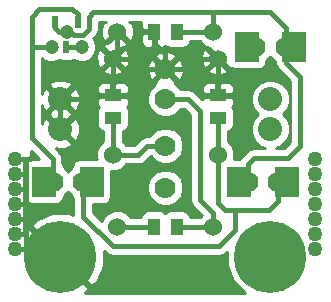
<source format=gtl>
G04 #@! TF.FileFunction,Copper,L1,Top,Signal*
%FSLAX46Y46*%
G04 Gerber Fmt 4.6, Leading zero omitted, Abs format (unit mm)*
G04 Created by KiCad (PCBNEW 4.0.1-3.201512221401+6198~38~ubuntu15.10.1-stable) date Wed Mar  2 23:22:26 2016*
%MOMM*%
G01*
G04 APERTURE LIST*
%ADD10C,0.050800*%
%ADD11C,1.270000*%
%ADD12C,2.032000*%
%ADD13C,6.096000*%
%ADD14C,1.778000*%
%ADD15R,0.599440X1.000760*%
%ADD16C,1.200000*%
%ADD17R,1.450000X1.000000*%
%ADD18C,1.524000*%
%ADD19R,1.000000X1.450000*%
%ADD20R,2.000000X2.500000*%
%ADD21C,0.381000*%
%ADD22C,0.254000*%
G04 APERTURE END LIST*
D10*
D11*
X0Y4445000D03*
X0Y5715000D03*
X0Y6985000D03*
X0Y8255000D03*
X0Y9525000D03*
X0Y10795000D03*
X25400000Y4445000D03*
X25400000Y5715000D03*
X25400000Y6985000D03*
X25400000Y8255000D03*
X25400000Y9525000D03*
X25400000Y10795000D03*
D12*
X3810000Y17145000D03*
X3810000Y14605000D03*
X21590000Y17145000D03*
X21590000Y14605000D03*
D13*
X21590000Y3810000D03*
X3810000Y3810000D03*
D14*
X12700000Y13208000D03*
X12700000Y9652000D03*
X12700000Y19685000D03*
X12700000Y17145000D03*
D11*
X25400000Y12065000D03*
X0Y12065000D03*
D15*
X5270500Y23662640D03*
X4318000Y21549360D03*
X3365500Y23662640D03*
D16*
X4328000Y22816000D03*
X5598000Y21546000D03*
X3058000Y21546000D03*
D17*
X8255000Y15560000D03*
X8255000Y17460000D03*
D18*
X8255000Y12446000D03*
X8255000Y20574000D03*
D19*
X13650000Y22860000D03*
X11750000Y22860000D03*
D18*
X16764000Y22860000D03*
X8636000Y22860000D03*
D17*
X17145000Y15560000D03*
X17145000Y17460000D03*
D18*
X17145000Y12446000D03*
X17145000Y20574000D03*
D19*
X11750000Y6350000D03*
X13650000Y6350000D03*
D18*
X8636000Y6350000D03*
X16764000Y6350000D03*
D20*
X23590000Y21590000D03*
X19590000Y21590000D03*
D14*
X22890000Y21590000D03*
X20290000Y21590000D03*
D20*
X22955000Y10160000D03*
X18955000Y10160000D03*
D14*
X22255000Y10160000D03*
X19655000Y10160000D03*
D20*
X6445000Y10160000D03*
X2445000Y10160000D03*
D14*
X5745000Y10160000D03*
X3145000Y10160000D03*
D21*
X8255000Y4699000D02*
X5745000Y7209000D01*
X5745000Y7209000D02*
X5745000Y10160000D01*
X5745000Y10160000D02*
X6445000Y10160000D01*
X18605500Y7747000D02*
X21463000Y7747000D01*
X22255000Y8539000D02*
X22255000Y10160000D01*
X21463000Y7747000D02*
X22255000Y8539000D01*
X22255000Y10160000D02*
X22955000Y10160000D01*
X18605500Y6032500D02*
X18605500Y7747000D01*
X17145000Y12446000D02*
X17145000Y8382000D01*
X17145000Y8382000D02*
X17780000Y7747000D01*
X17780000Y7747000D02*
X18605500Y7747000D01*
X18605500Y6032500D02*
X17272000Y4699000D01*
X17272000Y4699000D02*
X8255000Y4699000D01*
X17145000Y15560000D02*
X17145000Y12446000D01*
X4328000Y22816000D02*
X4743000Y22816000D01*
X4743000Y22816000D02*
X4953000Y22606000D01*
X16764000Y24511000D02*
X6604000Y24511000D01*
X6223000Y24130000D02*
X6604000Y24511000D01*
X6223000Y23114000D02*
X6223000Y24130000D01*
X5715000Y22606000D02*
X6223000Y23114000D01*
X4953000Y22606000D02*
X5715000Y22606000D01*
X4328000Y22816000D02*
X3727000Y22816000D01*
X3727000Y22816000D02*
X3365500Y23177500D01*
X3365500Y23177500D02*
X3365500Y23662640D01*
X24098000Y13176000D02*
X24098000Y18985000D01*
X22890000Y20193000D02*
X22890000Y21590000D01*
X24098000Y18985000D02*
X22890000Y20193000D01*
X22890000Y21590000D02*
X23590000Y21590000D01*
X16764000Y24511000D02*
X21590000Y24511000D01*
X21590000Y24511000D02*
X22890000Y23211000D01*
X22890000Y23211000D02*
X22890000Y21590000D01*
X22890000Y21590000D02*
X23590000Y21590000D01*
X19655000Y11654000D02*
X19655000Y11400000D01*
X20193000Y12192000D02*
X19655000Y11654000D01*
X19655000Y11400000D02*
X19655000Y10160000D01*
X19655000Y10160000D02*
X18955000Y10160000D01*
X16764000Y22860000D02*
X16764000Y24511000D01*
X23114000Y12192000D02*
X20193000Y12192000D01*
X24098000Y13176000D02*
X23114000Y12192000D01*
X23590000Y21590000D02*
X22890000Y21590000D01*
X13650000Y22860000D02*
X16764000Y22860000D01*
X12700000Y13208000D02*
X11176000Y13208000D01*
X10414000Y12446000D02*
X8255000Y12446000D01*
X11176000Y13208000D02*
X10414000Y12446000D01*
X19590000Y21590000D02*
X20290000Y21590000D01*
X8255000Y12446000D02*
X8255000Y15560000D01*
X3058000Y21546000D02*
X1397000Y21546000D01*
X5270500Y23662640D02*
X5270500Y24320500D01*
X1397000Y23241000D02*
X1397000Y21546000D01*
X1397000Y21546000D02*
X1397000Y20533360D01*
X1397000Y13843000D02*
X3145000Y12095000D01*
X3145000Y12095000D02*
X3145000Y10160000D01*
X1397000Y20533360D02*
X1397000Y13843000D01*
X1397000Y24130000D02*
X1397000Y23241000D01*
X2032000Y24765000D02*
X1397000Y24130000D01*
X4826000Y24765000D02*
X2032000Y24765000D01*
X5270500Y24320500D02*
X4826000Y24765000D01*
X3145000Y10160000D02*
X2445000Y10160000D01*
X11750000Y6350000D02*
X8636000Y6350000D01*
X12700000Y19685000D02*
X10795000Y19685000D01*
X9906000Y20574000D02*
X8255000Y20574000D01*
X10795000Y19685000D02*
X9906000Y20574000D01*
X17145000Y20574000D02*
X15494000Y20574000D01*
X14605000Y19685000D02*
X12700000Y19685000D01*
X15494000Y20574000D02*
X14605000Y19685000D01*
X11750000Y22860000D02*
X11750000Y21905000D01*
X11750000Y21905000D02*
X12700000Y20955000D01*
X12700000Y20955000D02*
X12700000Y19685000D01*
X8255000Y20574000D02*
X8255000Y20955000D01*
X8255000Y20955000D02*
X8636000Y21336000D01*
X8636000Y21336000D02*
X8636000Y22860000D01*
X8255000Y17460000D02*
X6665000Y17460000D01*
X6350000Y17145000D02*
X3810000Y17145000D01*
X6665000Y17460000D02*
X6350000Y17145000D01*
X0Y4445000D02*
X3175000Y4445000D01*
X3175000Y4445000D02*
X3810000Y3810000D01*
X889000Y5715000D02*
X889000Y4572000D01*
X889000Y4572000D02*
X762000Y4445000D01*
X762000Y4445000D02*
X0Y4445000D01*
X0Y5715000D02*
X889000Y5715000D01*
X889000Y5715000D02*
X889000Y6985000D01*
X0Y10795000D02*
X889000Y10795000D01*
X0Y9525000D02*
X889000Y9525000D01*
X0Y8255000D02*
X889000Y8255000D01*
X0Y12065000D02*
X889000Y12065000D01*
X889000Y6985000D02*
X0Y6985000D01*
X889000Y10795000D02*
X889000Y9525000D01*
X889000Y9525000D02*
X889000Y8255000D01*
X889000Y8255000D02*
X889000Y6985000D01*
X889000Y12065000D02*
X889000Y10795000D01*
X3810000Y17145000D02*
X3810000Y14605000D01*
X8255000Y20574000D02*
X8255000Y17460000D01*
X17145000Y20574000D02*
X17145000Y17460000D01*
X15621000Y16129000D02*
X15621000Y8636000D01*
X15621000Y8636000D02*
X16764000Y7493000D01*
X13650000Y6350000D02*
X16764000Y6350000D01*
X16764000Y6350000D02*
X16764000Y7493000D01*
X15621000Y16129000D02*
X14605000Y17145000D01*
X14605000Y17145000D02*
X12700000Y17145000D01*
X4318000Y21549360D02*
X5594640Y21549360D01*
X5594640Y21549360D02*
X5598000Y21546000D01*
D22*
G36*
X2015127Y12057440D02*
X1445000Y12057440D01*
X1209683Y12013162D01*
X993559Y11874090D01*
X848569Y11661890D01*
X797560Y11410000D01*
X797560Y8910000D01*
X841838Y8674683D01*
X980910Y8458559D01*
X1193110Y8313569D01*
X1445000Y8262560D01*
X3445000Y8262560D01*
X3680317Y8306838D01*
X3896441Y8445910D01*
X4041431Y8658110D01*
X4092440Y8910000D01*
X4092440Y8952404D01*
X4436231Y9295596D01*
X4444733Y9316072D01*
X4452262Y9297851D01*
X4797560Y8951950D01*
X4797560Y8910000D01*
X4841838Y8674683D01*
X4919500Y8553993D01*
X4919500Y7338856D01*
X4562630Y7488958D01*
X3097463Y7496933D01*
X1740774Y6943606D01*
X1706784Y6920894D01*
X1358347Y6441258D01*
X3810000Y3989605D01*
X3824143Y4003747D01*
X4003748Y3824142D01*
X3989605Y3810000D01*
X6441258Y1358347D01*
X6920894Y1706784D01*
X7488958Y3057370D01*
X7495672Y4290894D01*
X7671283Y4115283D01*
X7939094Y3936337D01*
X8255000Y3873500D01*
X17272000Y3873500D01*
X17587906Y3936337D01*
X17855717Y4115283D01*
X17907310Y4166876D01*
X17906362Y3080620D01*
X18465884Y1726474D01*
X19480585Y710000D01*
X5921130Y710000D01*
X6261653Y1178742D01*
X3810000Y3630395D01*
X3795858Y3616252D01*
X3616253Y3795857D01*
X3630395Y3810000D01*
X1178742Y6261653D01*
X710000Y5921130D01*
X710000Y12004919D01*
X906705Y12044046D01*
X1137046Y12197954D01*
X1290954Y12428295D01*
X1345000Y12700000D01*
X1345000Y12727566D01*
X2015127Y12057440D01*
X2015127Y12057440D01*
G37*
X2015127Y12057440D02*
X1445000Y12057440D01*
X1209683Y12013162D01*
X993559Y11874090D01*
X848569Y11661890D01*
X797560Y11410000D01*
X797560Y8910000D01*
X841838Y8674683D01*
X980910Y8458559D01*
X1193110Y8313569D01*
X1445000Y8262560D01*
X3445000Y8262560D01*
X3680317Y8306838D01*
X3896441Y8445910D01*
X4041431Y8658110D01*
X4092440Y8910000D01*
X4092440Y8952404D01*
X4436231Y9295596D01*
X4444733Y9316072D01*
X4452262Y9297851D01*
X4797560Y8951950D01*
X4797560Y8910000D01*
X4841838Y8674683D01*
X4919500Y8553993D01*
X4919500Y7338856D01*
X4562630Y7488958D01*
X3097463Y7496933D01*
X1740774Y6943606D01*
X1706784Y6920894D01*
X1358347Y6441258D01*
X3810000Y3989605D01*
X3824143Y4003747D01*
X4003748Y3824142D01*
X3989605Y3810000D01*
X6441258Y1358347D01*
X6920894Y1706784D01*
X7488958Y3057370D01*
X7495672Y4290894D01*
X7671283Y4115283D01*
X7939094Y3936337D01*
X8255000Y3873500D01*
X17272000Y3873500D01*
X17587906Y3936337D01*
X17855717Y4115283D01*
X17907310Y4166876D01*
X17906362Y3080620D01*
X18465884Y1726474D01*
X19480585Y710000D01*
X5921130Y710000D01*
X6261653Y1178742D01*
X3810000Y3630395D01*
X3795858Y3616252D01*
X3616253Y3795857D01*
X3630395Y3810000D01*
X1178742Y6261653D01*
X710000Y5921130D01*
X710000Y12004919D01*
X906705Y12044046D01*
X1137046Y12197954D01*
X1290954Y12428295D01*
X1345000Y12700000D01*
X1345000Y12727566D01*
X2015127Y12057440D01*
G36*
X7655785Y23660607D02*
X7413603Y23591143D01*
X7226856Y23067698D01*
X7254638Y22512632D01*
X7413603Y22128857D01*
X7655787Y22059392D01*
X8456395Y22860000D01*
X8442253Y22874142D01*
X8621858Y23053747D01*
X8636000Y23039605D01*
X8650143Y23053747D01*
X8829748Y22874142D01*
X8815605Y22860000D01*
X9616213Y22059392D01*
X9858397Y22128857D01*
X10017297Y22574250D01*
X10615000Y22574250D01*
X10615000Y22008690D01*
X10711673Y21775301D01*
X10890302Y21596673D01*
X11123691Y21500000D01*
X11464250Y21500000D01*
X11623000Y21658750D01*
X11623000Y22733000D01*
X10773750Y22733000D01*
X10615000Y22574250D01*
X10017297Y22574250D01*
X10045144Y22652302D01*
X10017362Y23207368D01*
X9858397Y23591143D01*
X9616215Y23660607D01*
X9641108Y23685500D01*
X10615000Y23685500D01*
X10615000Y23145750D01*
X10773750Y22987000D01*
X11623000Y22987000D01*
X11623000Y23007000D01*
X11877000Y23007000D01*
X11877000Y22987000D01*
X11897000Y22987000D01*
X11897000Y22733000D01*
X11877000Y22733000D01*
X11877000Y21658750D01*
X12035750Y21500000D01*
X12376309Y21500000D01*
X12609698Y21596673D01*
X12692252Y21679226D01*
X12898110Y21538569D01*
X13150000Y21487560D01*
X14150000Y21487560D01*
X14385317Y21531838D01*
X14601441Y21670910D01*
X14746431Y21883110D01*
X14777088Y22034500D01*
X15614126Y22034500D01*
X15971630Y21676371D01*
X16400186Y21498419D01*
X17145000Y20753605D01*
X17159143Y20767747D01*
X17338748Y20588142D01*
X17324605Y20574000D01*
X18125213Y19773392D01*
X18244421Y19807584D01*
X18338110Y19743569D01*
X18590000Y19692560D01*
X20590000Y19692560D01*
X20825317Y19736838D01*
X21041441Y19875910D01*
X21186431Y20088110D01*
X21237440Y20340000D01*
X21237440Y20382404D01*
X21581231Y20725596D01*
X21589733Y20746072D01*
X21597262Y20727851D01*
X21942560Y20381950D01*
X21942560Y20340000D01*
X21986838Y20104683D01*
X22124675Y19890479D01*
X22127337Y19877094D01*
X22306283Y19609283D01*
X23272500Y18643066D01*
X23272500Y13517934D01*
X22772066Y13017500D01*
X22071337Y13017500D01*
X22523995Y13204534D01*
X22988834Y13668563D01*
X23240713Y14275155D01*
X23241286Y14931963D01*
X22990466Y15538995D01*
X22654868Y15875179D01*
X22988834Y16208563D01*
X23240713Y16815155D01*
X23241286Y17471963D01*
X22990466Y18078995D01*
X22526437Y18543834D01*
X21919845Y18795713D01*
X21263037Y18796286D01*
X20656005Y18545466D01*
X20191166Y18081437D01*
X19939287Y17474845D01*
X19938714Y16818037D01*
X20189534Y16211005D01*
X20525132Y15874821D01*
X20191166Y15541437D01*
X19939287Y14934845D01*
X19938714Y14278037D01*
X20189534Y13671005D01*
X20653563Y13206166D01*
X21107921Y13017500D01*
X20193005Y13017500D01*
X20193000Y13017501D01*
X19877094Y12954663D01*
X19609283Y12775717D01*
X19071283Y12237717D01*
X18950825Y12057440D01*
X18496305Y12057440D01*
X18541757Y12166900D01*
X18542242Y12722661D01*
X18330010Y13236303D01*
X17970500Y13596441D01*
X17970500Y14431470D01*
X18105317Y14456838D01*
X18321441Y14595910D01*
X18466431Y14808110D01*
X18517440Y15060000D01*
X18517440Y16060000D01*
X18473162Y16295317D01*
X18334090Y16511441D01*
X18325402Y16517377D01*
X18408327Y16600302D01*
X18505000Y16833691D01*
X18505000Y17174250D01*
X18346250Y17333000D01*
X17272000Y17333000D01*
X17272000Y17313000D01*
X17018000Y17313000D01*
X17018000Y17333000D01*
X15943750Y17333000D01*
X15785000Y17174250D01*
X15785000Y17132434D01*
X15188717Y17728717D01*
X14920906Y17907663D01*
X14605000Y17970500D01*
X14007881Y17970500D01*
X13992738Y18007149D01*
X13913716Y18086309D01*
X15785000Y18086309D01*
X15785000Y17745750D01*
X15943750Y17587000D01*
X17018000Y17587000D01*
X17018000Y18436250D01*
X17272000Y18436250D01*
X17272000Y17587000D01*
X18346250Y17587000D01*
X18505000Y17745750D01*
X18505000Y18086309D01*
X18408327Y18319698D01*
X18229699Y18498327D01*
X17996310Y18595000D01*
X17430750Y18595000D01*
X17272000Y18436250D01*
X17018000Y18436250D01*
X16859250Y18595000D01*
X16293690Y18595000D01*
X16060301Y18498327D01*
X15881673Y18319698D01*
X15785000Y18086309D01*
X13913716Y18086309D01*
X13564404Y18436231D01*
X13537494Y18447405D01*
X13592591Y18612804D01*
X12700000Y19505395D01*
X11807409Y18612804D01*
X11862353Y18447862D01*
X11837851Y18437738D01*
X11408769Y18009404D01*
X11176265Y17449472D01*
X11175736Y16843188D01*
X11407262Y16282851D01*
X11835596Y15853769D01*
X12395528Y15621265D01*
X13001812Y15620736D01*
X13562149Y15852262D01*
X13991231Y16280596D01*
X14007385Y16319500D01*
X14263066Y16319500D01*
X14795500Y15787066D01*
X14795500Y8636000D01*
X14858337Y8320094D01*
X15037283Y8052283D01*
X15763944Y7325622D01*
X15613559Y7175500D01*
X14778530Y7175500D01*
X14753162Y7310317D01*
X14614090Y7526441D01*
X14401890Y7671431D01*
X14150000Y7722440D01*
X13150000Y7722440D01*
X12914683Y7678162D01*
X12698559Y7539090D01*
X12697610Y7537701D01*
X12501890Y7671431D01*
X12250000Y7722440D01*
X11250000Y7722440D01*
X11014683Y7678162D01*
X10798559Y7539090D01*
X10653569Y7326890D01*
X10622912Y7175500D01*
X9785874Y7175500D01*
X9428370Y7533629D01*
X8915100Y7746757D01*
X8359339Y7747242D01*
X7845697Y7535010D01*
X7452371Y7142370D01*
X7313501Y6807933D01*
X6570500Y7550934D01*
X6570500Y8262560D01*
X7445000Y8262560D01*
X7680317Y8306838D01*
X7896441Y8445910D01*
X8041431Y8658110D01*
X8092440Y8910000D01*
X8092440Y9350188D01*
X11175736Y9350188D01*
X11407262Y8789851D01*
X11835596Y8360769D01*
X12395528Y8128265D01*
X13001812Y8127736D01*
X13562149Y8359262D01*
X13991231Y8787596D01*
X14223735Y9347528D01*
X14224264Y9953812D01*
X13992738Y10514149D01*
X13564404Y10943231D01*
X13004472Y11175735D01*
X12398188Y11176264D01*
X11837851Y10944738D01*
X11408769Y10516404D01*
X11176265Y9956472D01*
X11175736Y9350188D01*
X8092440Y9350188D01*
X8092440Y11049141D01*
X8531661Y11048758D01*
X9045303Y11260990D01*
X9405441Y11620500D01*
X10414000Y11620500D01*
X10729906Y11683337D01*
X10997717Y11862283D01*
X11444241Y12308808D01*
X11835596Y11916769D01*
X12395528Y11684265D01*
X13001812Y11683736D01*
X13562149Y11915262D01*
X13991231Y12343596D01*
X14223735Y12903528D01*
X14224264Y13509812D01*
X13992738Y14070149D01*
X13564404Y14499231D01*
X13004472Y14731735D01*
X12398188Y14732264D01*
X11837851Y14500738D01*
X11408769Y14072404D01*
X11392615Y14033500D01*
X11176005Y14033500D01*
X11176000Y14033501D01*
X10860095Y13970663D01*
X10592283Y13791717D01*
X10592281Y13791714D01*
X10072066Y13271500D01*
X9404874Y13271500D01*
X9080500Y13596441D01*
X9080500Y14431470D01*
X9215317Y14456838D01*
X9431441Y14595910D01*
X9576431Y14808110D01*
X9627440Y15060000D01*
X9627440Y16060000D01*
X9583162Y16295317D01*
X9444090Y16511441D01*
X9435402Y16517377D01*
X9518327Y16600302D01*
X9615000Y16833691D01*
X9615000Y17174250D01*
X9456250Y17333000D01*
X8382000Y17333000D01*
X8382000Y17313000D01*
X8128000Y17313000D01*
X8128000Y17333000D01*
X7053750Y17333000D01*
X6895000Y17174250D01*
X6895000Y16833691D01*
X6991673Y16600302D01*
X7074226Y16517748D01*
X6933569Y16311890D01*
X6882560Y16060000D01*
X6882560Y15060000D01*
X6926838Y14824683D01*
X7065910Y14608559D01*
X7278110Y14463569D01*
X7429500Y14432912D01*
X7429500Y13595874D01*
X7071371Y13238370D01*
X6858243Y12725100D01*
X6857758Y12169339D01*
X6903994Y12057440D01*
X5445000Y12057440D01*
X5209683Y12013162D01*
X4993559Y11874090D01*
X4848569Y11661890D01*
X4797560Y11410000D01*
X4797560Y11367596D01*
X4453769Y11024404D01*
X4445267Y11003928D01*
X4437738Y11022149D01*
X4092440Y11368050D01*
X4092440Y11410000D01*
X4048162Y11645317D01*
X3970500Y11766007D01*
X3970500Y12095000D01*
X3907663Y12410905D01*
X3907663Y12410906D01*
X3786470Y12592283D01*
X3728717Y12678717D01*
X3728714Y12678719D01*
X3418335Y12989098D01*
X3541642Y12943184D01*
X4198019Y12966986D01*
X4693880Y13172378D01*
X4794502Y13440893D01*
X3810000Y14425395D01*
X3795858Y14411252D01*
X3616253Y14590857D01*
X3630395Y14605000D01*
X3989605Y14605000D01*
X4974107Y13620498D01*
X5242622Y13721120D01*
X5471816Y14336642D01*
X5448014Y14993019D01*
X5242622Y15488880D01*
X4974107Y15589502D01*
X3989605Y14605000D01*
X3630395Y14605000D01*
X2645893Y15589502D01*
X2377378Y15488880D01*
X2222500Y15072941D01*
X2222500Y15980893D01*
X2825498Y15980893D01*
X2865180Y15875000D01*
X2825498Y15769107D01*
X3810000Y14784605D01*
X4794502Y15769107D01*
X4754820Y15875000D01*
X4794502Y15980893D01*
X3810000Y16965395D01*
X2825498Y15980893D01*
X2222500Y15980893D01*
X2222500Y16635029D01*
X2377378Y16261120D01*
X2645893Y16160498D01*
X3630395Y17145000D01*
X3989605Y17145000D01*
X4974107Y16160498D01*
X5242622Y16261120D01*
X5471816Y16876642D01*
X5448014Y17533019D01*
X5242622Y18028880D01*
X5089370Y18086309D01*
X6895000Y18086309D01*
X6895000Y17745750D01*
X7053750Y17587000D01*
X8128000Y17587000D01*
X8128000Y18436250D01*
X8382000Y18436250D01*
X8382000Y17587000D01*
X9456250Y17587000D01*
X9615000Y17745750D01*
X9615000Y18086309D01*
X9518327Y18319698D01*
X9339699Y18498327D01*
X9106310Y18595000D01*
X8540750Y18595000D01*
X8382000Y18436250D01*
X8128000Y18436250D01*
X7969250Y18595000D01*
X7403690Y18595000D01*
X7170301Y18498327D01*
X6991673Y18319698D01*
X6895000Y18086309D01*
X5089370Y18086309D01*
X4974107Y18129502D01*
X3989605Y17145000D01*
X3630395Y17145000D01*
X2645893Y18129502D01*
X2377378Y18028880D01*
X2222500Y17612941D01*
X2222500Y18309107D01*
X2825498Y18309107D01*
X3810000Y17324605D01*
X4794502Y18309107D01*
X4693880Y18577622D01*
X4078358Y18806816D01*
X3421981Y18783014D01*
X2926120Y18577622D01*
X2825498Y18309107D01*
X2222500Y18309107D01*
X2222500Y19593787D01*
X7454392Y19593787D01*
X7523857Y19351603D01*
X8047302Y19164856D01*
X8602368Y19192638D01*
X8986143Y19351603D01*
X9055608Y19593787D01*
X8255000Y20394395D01*
X7454392Y19593787D01*
X2222500Y19593787D01*
X2222500Y20634880D01*
X2357515Y20499629D01*
X2811266Y20311215D01*
X3302579Y20310786D01*
X3720898Y20483633D01*
X3766390Y20452549D01*
X4018280Y20401540D01*
X4617720Y20401540D01*
X4853037Y20445818D01*
X4921308Y20489749D01*
X5351266Y20311215D01*
X5842579Y20310786D01*
X6296657Y20498408D01*
X6580442Y20781698D01*
X6845856Y20781698D01*
X6873638Y20226632D01*
X7032603Y19842857D01*
X7274787Y19773392D01*
X8075395Y20574000D01*
X8434605Y20574000D01*
X9235213Y19773392D01*
X9477397Y19842857D01*
X9506001Y19923035D01*
X11164484Y19923035D01*
X11190277Y19317300D01*
X11372461Y18877467D01*
X11627804Y18792409D01*
X12520395Y19685000D01*
X12879605Y19685000D01*
X13772196Y18792409D01*
X14027539Y18877467D01*
X14235516Y19446965D01*
X14229265Y19593787D01*
X16344392Y19593787D01*
X16413857Y19351603D01*
X16937302Y19164856D01*
X17492368Y19192638D01*
X17876143Y19351603D01*
X17945608Y19593787D01*
X17145000Y20394395D01*
X16344392Y19593787D01*
X14229265Y19593787D01*
X14209723Y20052700D01*
X14027539Y20492533D01*
X13772196Y20577591D01*
X12879605Y19685000D01*
X12520395Y19685000D01*
X11627804Y20577591D01*
X11372461Y20492533D01*
X11164484Y19923035D01*
X9506001Y19923035D01*
X9664144Y20366302D01*
X9644580Y20757196D01*
X11807409Y20757196D01*
X12700000Y19864605D01*
X13592591Y20757196D01*
X13584430Y20781698D01*
X15735856Y20781698D01*
X15763638Y20226632D01*
X15922603Y19842857D01*
X16164787Y19773392D01*
X16965395Y20574000D01*
X16164787Y21374608D01*
X15922603Y21305143D01*
X15735856Y20781698D01*
X13584430Y20781698D01*
X13507533Y21012539D01*
X12938035Y21220516D01*
X12332300Y21194723D01*
X11892467Y21012539D01*
X11807409Y20757196D01*
X9644580Y20757196D01*
X9636362Y20921368D01*
X9477397Y21305143D01*
X9235213Y21374608D01*
X8434605Y20574000D01*
X8075395Y20574000D01*
X7274787Y21374608D01*
X7032603Y21305143D01*
X6845856Y20781698D01*
X6580442Y20781698D01*
X6644371Y20845515D01*
X6832785Y21299266D01*
X6833007Y21554213D01*
X7454392Y21554213D01*
X8255000Y20753605D01*
X8979857Y21478462D01*
X8983368Y21478638D01*
X9367143Y21637603D01*
X9436608Y21879787D01*
X8636000Y22680395D01*
X7911143Y21955538D01*
X7907632Y21955362D01*
X7523857Y21796397D01*
X7454392Y21554213D01*
X6833007Y21554213D01*
X6833214Y21790579D01*
X6645592Y22244657D01*
X6583396Y22306962D01*
X6806714Y22530281D01*
X6806717Y22530283D01*
X6985663Y22798095D01*
X7048500Y23114000D01*
X7048500Y23685500D01*
X7630892Y23685500D01*
X7655785Y23660607D01*
X7655785Y23660607D01*
G37*
X7655785Y23660607D02*
X7413603Y23591143D01*
X7226856Y23067698D01*
X7254638Y22512632D01*
X7413603Y22128857D01*
X7655787Y22059392D01*
X8456395Y22860000D01*
X8442253Y22874142D01*
X8621858Y23053747D01*
X8636000Y23039605D01*
X8650143Y23053747D01*
X8829748Y22874142D01*
X8815605Y22860000D01*
X9616213Y22059392D01*
X9858397Y22128857D01*
X10017297Y22574250D01*
X10615000Y22574250D01*
X10615000Y22008690D01*
X10711673Y21775301D01*
X10890302Y21596673D01*
X11123691Y21500000D01*
X11464250Y21500000D01*
X11623000Y21658750D01*
X11623000Y22733000D01*
X10773750Y22733000D01*
X10615000Y22574250D01*
X10017297Y22574250D01*
X10045144Y22652302D01*
X10017362Y23207368D01*
X9858397Y23591143D01*
X9616215Y23660607D01*
X9641108Y23685500D01*
X10615000Y23685500D01*
X10615000Y23145750D01*
X10773750Y22987000D01*
X11623000Y22987000D01*
X11623000Y23007000D01*
X11877000Y23007000D01*
X11877000Y22987000D01*
X11897000Y22987000D01*
X11897000Y22733000D01*
X11877000Y22733000D01*
X11877000Y21658750D01*
X12035750Y21500000D01*
X12376309Y21500000D01*
X12609698Y21596673D01*
X12692252Y21679226D01*
X12898110Y21538569D01*
X13150000Y21487560D01*
X14150000Y21487560D01*
X14385317Y21531838D01*
X14601441Y21670910D01*
X14746431Y21883110D01*
X14777088Y22034500D01*
X15614126Y22034500D01*
X15971630Y21676371D01*
X16400186Y21498419D01*
X17145000Y20753605D01*
X17159143Y20767747D01*
X17338748Y20588142D01*
X17324605Y20574000D01*
X18125213Y19773392D01*
X18244421Y19807584D01*
X18338110Y19743569D01*
X18590000Y19692560D01*
X20590000Y19692560D01*
X20825317Y19736838D01*
X21041441Y19875910D01*
X21186431Y20088110D01*
X21237440Y20340000D01*
X21237440Y20382404D01*
X21581231Y20725596D01*
X21589733Y20746072D01*
X21597262Y20727851D01*
X21942560Y20381950D01*
X21942560Y20340000D01*
X21986838Y20104683D01*
X22124675Y19890479D01*
X22127337Y19877094D01*
X22306283Y19609283D01*
X23272500Y18643066D01*
X23272500Y13517934D01*
X22772066Y13017500D01*
X22071337Y13017500D01*
X22523995Y13204534D01*
X22988834Y13668563D01*
X23240713Y14275155D01*
X23241286Y14931963D01*
X22990466Y15538995D01*
X22654868Y15875179D01*
X22988834Y16208563D01*
X23240713Y16815155D01*
X23241286Y17471963D01*
X22990466Y18078995D01*
X22526437Y18543834D01*
X21919845Y18795713D01*
X21263037Y18796286D01*
X20656005Y18545466D01*
X20191166Y18081437D01*
X19939287Y17474845D01*
X19938714Y16818037D01*
X20189534Y16211005D01*
X20525132Y15874821D01*
X20191166Y15541437D01*
X19939287Y14934845D01*
X19938714Y14278037D01*
X20189534Y13671005D01*
X20653563Y13206166D01*
X21107921Y13017500D01*
X20193005Y13017500D01*
X20193000Y13017501D01*
X19877094Y12954663D01*
X19609283Y12775717D01*
X19071283Y12237717D01*
X18950825Y12057440D01*
X18496305Y12057440D01*
X18541757Y12166900D01*
X18542242Y12722661D01*
X18330010Y13236303D01*
X17970500Y13596441D01*
X17970500Y14431470D01*
X18105317Y14456838D01*
X18321441Y14595910D01*
X18466431Y14808110D01*
X18517440Y15060000D01*
X18517440Y16060000D01*
X18473162Y16295317D01*
X18334090Y16511441D01*
X18325402Y16517377D01*
X18408327Y16600302D01*
X18505000Y16833691D01*
X18505000Y17174250D01*
X18346250Y17333000D01*
X17272000Y17333000D01*
X17272000Y17313000D01*
X17018000Y17313000D01*
X17018000Y17333000D01*
X15943750Y17333000D01*
X15785000Y17174250D01*
X15785000Y17132434D01*
X15188717Y17728717D01*
X14920906Y17907663D01*
X14605000Y17970500D01*
X14007881Y17970500D01*
X13992738Y18007149D01*
X13913716Y18086309D01*
X15785000Y18086309D01*
X15785000Y17745750D01*
X15943750Y17587000D01*
X17018000Y17587000D01*
X17018000Y18436250D01*
X17272000Y18436250D01*
X17272000Y17587000D01*
X18346250Y17587000D01*
X18505000Y17745750D01*
X18505000Y18086309D01*
X18408327Y18319698D01*
X18229699Y18498327D01*
X17996310Y18595000D01*
X17430750Y18595000D01*
X17272000Y18436250D01*
X17018000Y18436250D01*
X16859250Y18595000D01*
X16293690Y18595000D01*
X16060301Y18498327D01*
X15881673Y18319698D01*
X15785000Y18086309D01*
X13913716Y18086309D01*
X13564404Y18436231D01*
X13537494Y18447405D01*
X13592591Y18612804D01*
X12700000Y19505395D01*
X11807409Y18612804D01*
X11862353Y18447862D01*
X11837851Y18437738D01*
X11408769Y18009404D01*
X11176265Y17449472D01*
X11175736Y16843188D01*
X11407262Y16282851D01*
X11835596Y15853769D01*
X12395528Y15621265D01*
X13001812Y15620736D01*
X13562149Y15852262D01*
X13991231Y16280596D01*
X14007385Y16319500D01*
X14263066Y16319500D01*
X14795500Y15787066D01*
X14795500Y8636000D01*
X14858337Y8320094D01*
X15037283Y8052283D01*
X15763944Y7325622D01*
X15613559Y7175500D01*
X14778530Y7175500D01*
X14753162Y7310317D01*
X14614090Y7526441D01*
X14401890Y7671431D01*
X14150000Y7722440D01*
X13150000Y7722440D01*
X12914683Y7678162D01*
X12698559Y7539090D01*
X12697610Y7537701D01*
X12501890Y7671431D01*
X12250000Y7722440D01*
X11250000Y7722440D01*
X11014683Y7678162D01*
X10798559Y7539090D01*
X10653569Y7326890D01*
X10622912Y7175500D01*
X9785874Y7175500D01*
X9428370Y7533629D01*
X8915100Y7746757D01*
X8359339Y7747242D01*
X7845697Y7535010D01*
X7452371Y7142370D01*
X7313501Y6807933D01*
X6570500Y7550934D01*
X6570500Y8262560D01*
X7445000Y8262560D01*
X7680317Y8306838D01*
X7896441Y8445910D01*
X8041431Y8658110D01*
X8092440Y8910000D01*
X8092440Y9350188D01*
X11175736Y9350188D01*
X11407262Y8789851D01*
X11835596Y8360769D01*
X12395528Y8128265D01*
X13001812Y8127736D01*
X13562149Y8359262D01*
X13991231Y8787596D01*
X14223735Y9347528D01*
X14224264Y9953812D01*
X13992738Y10514149D01*
X13564404Y10943231D01*
X13004472Y11175735D01*
X12398188Y11176264D01*
X11837851Y10944738D01*
X11408769Y10516404D01*
X11176265Y9956472D01*
X11175736Y9350188D01*
X8092440Y9350188D01*
X8092440Y11049141D01*
X8531661Y11048758D01*
X9045303Y11260990D01*
X9405441Y11620500D01*
X10414000Y11620500D01*
X10729906Y11683337D01*
X10997717Y11862283D01*
X11444241Y12308808D01*
X11835596Y11916769D01*
X12395528Y11684265D01*
X13001812Y11683736D01*
X13562149Y11915262D01*
X13991231Y12343596D01*
X14223735Y12903528D01*
X14224264Y13509812D01*
X13992738Y14070149D01*
X13564404Y14499231D01*
X13004472Y14731735D01*
X12398188Y14732264D01*
X11837851Y14500738D01*
X11408769Y14072404D01*
X11392615Y14033500D01*
X11176005Y14033500D01*
X11176000Y14033501D01*
X10860095Y13970663D01*
X10592283Y13791717D01*
X10592281Y13791714D01*
X10072066Y13271500D01*
X9404874Y13271500D01*
X9080500Y13596441D01*
X9080500Y14431470D01*
X9215317Y14456838D01*
X9431441Y14595910D01*
X9576431Y14808110D01*
X9627440Y15060000D01*
X9627440Y16060000D01*
X9583162Y16295317D01*
X9444090Y16511441D01*
X9435402Y16517377D01*
X9518327Y16600302D01*
X9615000Y16833691D01*
X9615000Y17174250D01*
X9456250Y17333000D01*
X8382000Y17333000D01*
X8382000Y17313000D01*
X8128000Y17313000D01*
X8128000Y17333000D01*
X7053750Y17333000D01*
X6895000Y17174250D01*
X6895000Y16833691D01*
X6991673Y16600302D01*
X7074226Y16517748D01*
X6933569Y16311890D01*
X6882560Y16060000D01*
X6882560Y15060000D01*
X6926838Y14824683D01*
X7065910Y14608559D01*
X7278110Y14463569D01*
X7429500Y14432912D01*
X7429500Y13595874D01*
X7071371Y13238370D01*
X6858243Y12725100D01*
X6857758Y12169339D01*
X6903994Y12057440D01*
X5445000Y12057440D01*
X5209683Y12013162D01*
X4993559Y11874090D01*
X4848569Y11661890D01*
X4797560Y11410000D01*
X4797560Y11367596D01*
X4453769Y11024404D01*
X4445267Y11003928D01*
X4437738Y11022149D01*
X4092440Y11368050D01*
X4092440Y11410000D01*
X4048162Y11645317D01*
X3970500Y11766007D01*
X3970500Y12095000D01*
X3907663Y12410905D01*
X3907663Y12410906D01*
X3786470Y12592283D01*
X3728717Y12678717D01*
X3728714Y12678719D01*
X3418335Y12989098D01*
X3541642Y12943184D01*
X4198019Y12966986D01*
X4693880Y13172378D01*
X4794502Y13440893D01*
X3810000Y14425395D01*
X3795858Y14411252D01*
X3616253Y14590857D01*
X3630395Y14605000D01*
X3989605Y14605000D01*
X4974107Y13620498D01*
X5242622Y13721120D01*
X5471816Y14336642D01*
X5448014Y14993019D01*
X5242622Y15488880D01*
X4974107Y15589502D01*
X3989605Y14605000D01*
X3630395Y14605000D01*
X2645893Y15589502D01*
X2377378Y15488880D01*
X2222500Y15072941D01*
X2222500Y15980893D01*
X2825498Y15980893D01*
X2865180Y15875000D01*
X2825498Y15769107D01*
X3810000Y14784605D01*
X4794502Y15769107D01*
X4754820Y15875000D01*
X4794502Y15980893D01*
X3810000Y16965395D01*
X2825498Y15980893D01*
X2222500Y15980893D01*
X2222500Y16635029D01*
X2377378Y16261120D01*
X2645893Y16160498D01*
X3630395Y17145000D01*
X3989605Y17145000D01*
X4974107Y16160498D01*
X5242622Y16261120D01*
X5471816Y16876642D01*
X5448014Y17533019D01*
X5242622Y18028880D01*
X5089370Y18086309D01*
X6895000Y18086309D01*
X6895000Y17745750D01*
X7053750Y17587000D01*
X8128000Y17587000D01*
X8128000Y18436250D01*
X8382000Y18436250D01*
X8382000Y17587000D01*
X9456250Y17587000D01*
X9615000Y17745750D01*
X9615000Y18086309D01*
X9518327Y18319698D01*
X9339699Y18498327D01*
X9106310Y18595000D01*
X8540750Y18595000D01*
X8382000Y18436250D01*
X8128000Y18436250D01*
X7969250Y18595000D01*
X7403690Y18595000D01*
X7170301Y18498327D01*
X6991673Y18319698D01*
X6895000Y18086309D01*
X5089370Y18086309D01*
X4974107Y18129502D01*
X3989605Y17145000D01*
X3630395Y17145000D01*
X2645893Y18129502D01*
X2377378Y18028880D01*
X2222500Y17612941D01*
X2222500Y18309107D01*
X2825498Y18309107D01*
X3810000Y17324605D01*
X4794502Y18309107D01*
X4693880Y18577622D01*
X4078358Y18806816D01*
X3421981Y18783014D01*
X2926120Y18577622D01*
X2825498Y18309107D01*
X2222500Y18309107D01*
X2222500Y19593787D01*
X7454392Y19593787D01*
X7523857Y19351603D01*
X8047302Y19164856D01*
X8602368Y19192638D01*
X8986143Y19351603D01*
X9055608Y19593787D01*
X8255000Y20394395D01*
X7454392Y19593787D01*
X2222500Y19593787D01*
X2222500Y20634880D01*
X2357515Y20499629D01*
X2811266Y20311215D01*
X3302579Y20310786D01*
X3720898Y20483633D01*
X3766390Y20452549D01*
X4018280Y20401540D01*
X4617720Y20401540D01*
X4853037Y20445818D01*
X4921308Y20489749D01*
X5351266Y20311215D01*
X5842579Y20310786D01*
X6296657Y20498408D01*
X6580442Y20781698D01*
X6845856Y20781698D01*
X6873638Y20226632D01*
X7032603Y19842857D01*
X7274787Y19773392D01*
X8075395Y20574000D01*
X8434605Y20574000D01*
X9235213Y19773392D01*
X9477397Y19842857D01*
X9506001Y19923035D01*
X11164484Y19923035D01*
X11190277Y19317300D01*
X11372461Y18877467D01*
X11627804Y18792409D01*
X12520395Y19685000D01*
X12879605Y19685000D01*
X13772196Y18792409D01*
X14027539Y18877467D01*
X14235516Y19446965D01*
X14229265Y19593787D01*
X16344392Y19593787D01*
X16413857Y19351603D01*
X16937302Y19164856D01*
X17492368Y19192638D01*
X17876143Y19351603D01*
X17945608Y19593787D01*
X17145000Y20394395D01*
X16344392Y19593787D01*
X14229265Y19593787D01*
X14209723Y20052700D01*
X14027539Y20492533D01*
X13772196Y20577591D01*
X12879605Y19685000D01*
X12520395Y19685000D01*
X11627804Y20577591D01*
X11372461Y20492533D01*
X11164484Y19923035D01*
X9506001Y19923035D01*
X9664144Y20366302D01*
X9644580Y20757196D01*
X11807409Y20757196D01*
X12700000Y19864605D01*
X13592591Y20757196D01*
X13584430Y20781698D01*
X15735856Y20781698D01*
X15763638Y20226632D01*
X15922603Y19842857D01*
X16164787Y19773392D01*
X16965395Y20574000D01*
X16164787Y21374608D01*
X15922603Y21305143D01*
X15735856Y20781698D01*
X13584430Y20781698D01*
X13507533Y21012539D01*
X12938035Y21220516D01*
X12332300Y21194723D01*
X11892467Y21012539D01*
X11807409Y20757196D01*
X9644580Y20757196D01*
X9636362Y20921368D01*
X9477397Y21305143D01*
X9235213Y21374608D01*
X8434605Y20574000D01*
X8075395Y20574000D01*
X7274787Y21374608D01*
X7032603Y21305143D01*
X6845856Y20781698D01*
X6580442Y20781698D01*
X6644371Y20845515D01*
X6832785Y21299266D01*
X6833007Y21554213D01*
X7454392Y21554213D01*
X8255000Y20753605D01*
X8979857Y21478462D01*
X8983368Y21478638D01*
X9367143Y21637603D01*
X9436608Y21879787D01*
X8636000Y22680395D01*
X7911143Y21955538D01*
X7907632Y21955362D01*
X7523857Y21796397D01*
X7454392Y21554213D01*
X6833007Y21554213D01*
X6833214Y21790579D01*
X6645592Y22244657D01*
X6583396Y22306962D01*
X6806714Y22530281D01*
X6806717Y22530283D01*
X6985663Y22798095D01*
X7048500Y23114000D01*
X7048500Y23685500D01*
X7630892Y23685500D01*
X7655785Y23660607D01*
M02*

</source>
